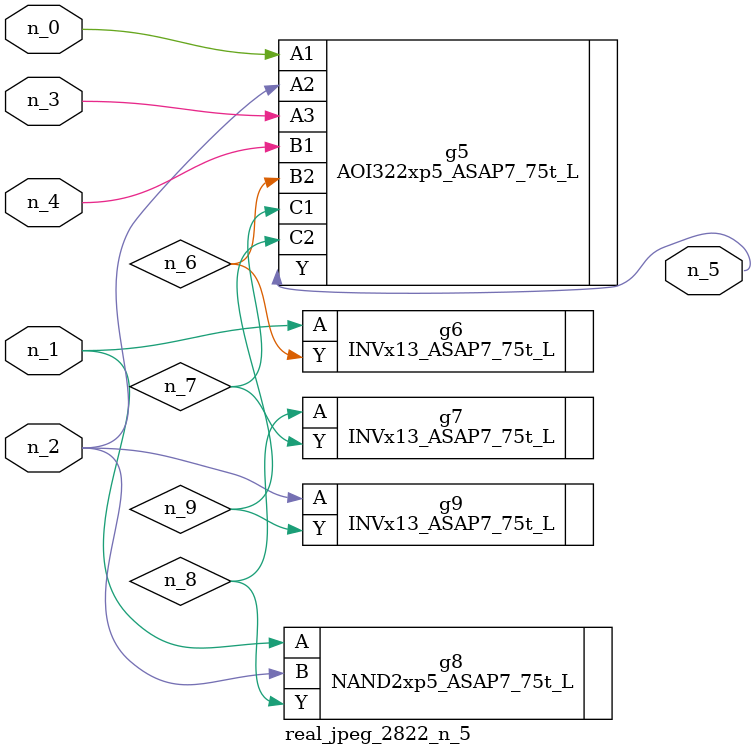
<source format=v>
module real_jpeg_2822_n_5 (n_4, n_0, n_1, n_2, n_3, n_5);

input n_4;
input n_0;
input n_1;
input n_2;
input n_3;

output n_5;

wire n_8;
wire n_6;
wire n_7;
wire n_9;

AOI322xp5_ASAP7_75t_L g5 ( 
.A1(n_0),
.A2(n_2),
.A3(n_3),
.B1(n_4),
.B2(n_6),
.C1(n_7),
.C2(n_9),
.Y(n_5)
);

INVx13_ASAP7_75t_L g6 ( 
.A(n_1),
.Y(n_6)
);

NAND2xp5_ASAP7_75t_L g8 ( 
.A(n_1),
.B(n_2),
.Y(n_8)
);

INVx13_ASAP7_75t_L g9 ( 
.A(n_2),
.Y(n_9)
);

INVx13_ASAP7_75t_L g7 ( 
.A(n_8),
.Y(n_7)
);


endmodule
</source>
